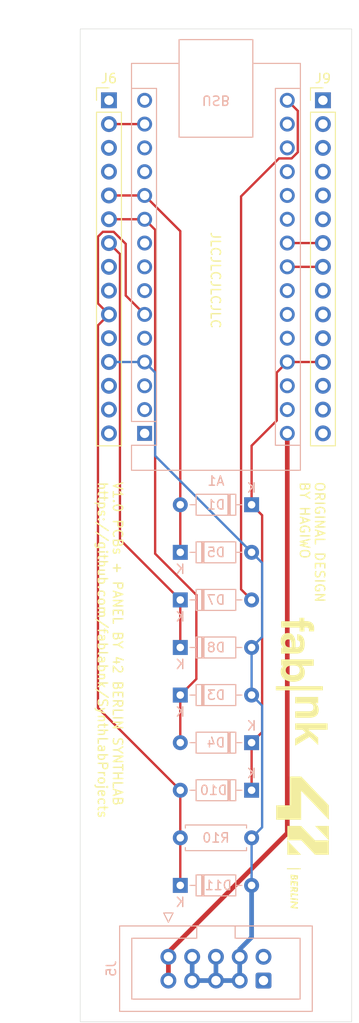
<source format=kicad_pcb>
(kicad_pcb (version 20240108) (generator "pcbnew") (generator_version "8.0")
  (layers (0 "F.Cu" signal) (31 "B.Cu" signal) (34 "B.Paste" user) (35 "F.Paste" user) (36 "B.SilkS" user "B.Silkscreen") (37 "F.SilkS" user "F.Silkscreen") (38 "B.Mask" user) (39 "F.Mask" user) (44 "Edge.Cuts" user))
  (net 0 "")
  (net 1 "GND")
  (net 6 "P5V")
  (net 10 "Net-(A1-VIN)")
  (net 14 "P6")
  (net 17 "P2")
  (net 18 "P5")
  (net 19 "P1")
  (net 22 "P3")
  (net 28 "Net-(A1-D13)")
  (net 31 "P7")
  (net 52 "P4")
  (footprint "Connector_PinHeader_2.54mm:PinHeader_1x15_P2.54mm_Vertical" (layer "F.Cu") (at 191.77 45.72)
    (property "Reference" "J9" (at 0 -2.33 0) (layer "F.SilkS"))
    (property "Value" "Conn_01x15_Pin_Right" (hide yes))
    (pad "1" thru_hole rect (at 0 0) (size 1.7 1.7) (drill 1) (layers "*.Cu" "*.Mask"))
    (pad "2" thru_hole oval (at 0 2.54) (size 1.7 1.7) (drill 1) (layers "*.Cu" "*.Mask"))
    (pad "3" thru_hole oval (at 0 5.08) (size 1.7 1.7) (drill 1) (layers "*.Cu" "*.Mask"))
    (pad "4" thru_hole oval (at 0 7.62) (size 1.7 1.7) (drill 1) (layers "*.Cu" "*.Mask"))
    (pad "5" thru_hole oval (at 0 10.16) (size 1.7 1.7) (drill 1) (layers "*.Cu" "*.Mask"))
    (pad "6" thru_hole oval (at 0 12.7) (size 1.7 1.7) (drill 1) (layers "*.Cu" "*.Mask"))
    (pad "7" thru_hole oval (at 0 15.24) (size 1.7 1.7) (drill 1) (layers "*.Cu" "*.Mask") (net 19 "P1"))
    (pad "8" thru_hole oval (at 0 17.78) (size 1.7 1.7) (drill 1) (layers "*.Cu" "*.Mask") (net 17 "P2"))
    (pad "9" thru_hole oval (at 0 20.32) (size 1.7 1.7) (drill 1) (layers "*.Cu" "*.Mask"))
    (pad "10" thru_hole oval (at 0 22.86) (size 1.7 1.7) (drill 1) (layers "*.Cu" "*.Mask"))
    (pad "11" thru_hole oval (at 0 25.4) (size 1.7 1.7) (drill 1) (layers "*.Cu" "*.Mask"))
    (pad "12" thru_hole oval (at 0 27.94) (size 1.7 1.7) (drill 1) (layers "*.Cu" "*.Mask") (net 6 "P5V"))
    (pad "13" thru_hole oval (at 0 30.48) (size 1.7 1.7) (drill 1) (layers "*.Cu" "*.Mask"))
    (pad "14" thru_hole oval (at 0 33.02) (size 1.7 1.7) (drill 1) (layers "*.Cu" "*.Mask"))
    (pad "15" thru_hole oval (at 0 35.56) (size 1.7 1.7) (drill 1) (layers "*.Cu" "*.Mask"))
  )
  (footprint "Connector_PinHeader_2.54mm:PinHeader_1x15_P2.54mm_Vertical" (layer "F.Cu") (at 168.91 45.72)
    (property "Reference" "J6" (at 0 -2.33 0) (layer "F.SilkS"))
    (property "Value" "Conn_01x15_Pin_Left")
    (pad "1" thru_hole rect (at 0 0) (size 1.7 1.7) (drill 1) (layers "*.Cu" "*.Mask"))
    (pad "2" thru_hole oval (at 0 2.54) (size 1.7 1.7) (drill 1) (layers "*.Cu" "*.Mask") (net 52 "P4"))
    (pad "3" thru_hole oval (at 0 5.08) (size 1.7 1.7) (drill 1) (layers "*.Cu" "*.Mask"))
    (pad "4" thru_hole oval (at 0 7.62) (size 1.7 1.7) (drill 1) (layers "*.Cu" "*.Mask"))
    (pad "5" thru_hole oval (at 0 10.16) (size 1.7 1.7) (drill 1) (layers "*.Cu" "*.Mask") (net 14 "P6"))
    (pad "6" thru_hole oval (at 0 12.7) (size 1.7 1.7) (drill 1) (layers "*.Cu" "*.Mask") (net 18 "P5"))
    (pad "7" thru_hole oval (at 0 15.24) (size 1.7 1.7) (drill 1) (layers "*.Cu" "*.Mask") (net 31 "P7"))
    (pad "8" thru_hole oval (at 0 17.78) (size 1.7 1.7) (drill 1) (layers "*.Cu" "*.Mask"))
    (pad "9" thru_hole oval (at 0 20.32) (size 1.7 1.7) (drill 1) (layers "*.Cu" "*.Mask"))
    (pad "10" thru_hole oval (at 0 22.86) (size 1.7 1.7) (drill 1) (layers "*.Cu" "*.Mask") (net 22 "P3"))
    (pad "11" thru_hole oval (at 0 25.4) (size 1.7 1.7) (drill 1) (layers "*.Cu" "*.Mask"))
    (pad "12" thru_hole oval (at 0 27.94) (size 1.7 1.7) (drill 1) (layers "*.Cu" "*.Mask") (net 1 "GND"))
    (pad "13" thru_hole oval (at 0 30.48) (size 1.7 1.7) (drill 1) (layers "*.Cu" "*.Mask"))
    (pad "14" thru_hole oval (at 0 33.02) (size 1.7 1.7) (drill 1) (layers "*.Cu" "*.Mask"))
    (pad "15" thru_hole oval (at 0 35.56) (size 1.7 1.7) (drill 1) (layers "*.Cu" "*.Mask"))
  )
  (footprint "Diode_THT:D_DO-35_SOD27_P7.62mm_Horizontal" (layer "B.Cu") (at 176.53 104.14)
    (property "Reference" "D8" (at 3.81 0 0) (layer "B.SilkS") (effects (justify mirror)))
    (property "Value" "BAT43")
    (fp_text user "K" (at 0 1.8 0) (layer "B.SilkS") (effects (justify mirror)))
    (pad "1" thru_hole rect (at 0 0) (size 1.6 1.6) (drill 0.8) (layers "*.Cu" "*.Mask") (net 31 "P7"))
    (pad "2" thru_hole oval (at 7.62 0) (size 1.6 1.6) (drill 0.8) (layers "*.Cu" "*.Mask") (net 1 "GND"))
  )
  (footprint "Diode_THT:D_DO-35_SOD27_P7.62mm_Horizontal" (layer "B.Cu") (at 184.15 114.3 180)
    (property "Reference" "D4" (at 3.81 0 180) (layer "B.SilkS") (effects (justify mirror)))
    (property "Value" "BAT43")
    (fp_text user "K" (at 0 1.8 180) (layer "B.SilkS") (effects (justify mirror)))
    (pad "1" thru_hole rect (at 0 0 180) (size 1.6 1.6) (drill 0.8) (layers "*.Cu" "*.Mask") (net 6 "P5V"))
    (pad "2" thru_hole oval (at 7.62 0 180) (size 1.6 1.6) (drill 0.8) (layers "*.Cu" "*.Mask") (net 18 "P5"))
  )
  (footprint "Diode_THT:D_DO-35_SOD27_P7.62mm_Horizontal" (layer "B.Cu") (at 184.15 119.38 180)
    (property "Reference" "D10" (at 4.064 0 180) (layer "B.SilkS") (effects (justify mirror)))
    (property "Value" "BAT43")
    (fp_text user "K" (at 0 1.8 180) (layer "B.SilkS") (effects (justify mirror)))
    (pad "1" thru_hole rect (at 0 0 180) (size 1.6 1.6) (drill 0.8) (layers "*.Cu" "*.Mask") (net 6 "P5V"))
    (pad "2" thru_hole oval (at 7.62 0 180) (size 1.6 1.6) (drill 0.8) (layers "*.Cu" "*.Mask") (net 22 "P3"))
  )
  (footprint "Diode_THT:D_DO-35_SOD27_P7.62mm_Horizontal" (layer "B.Cu") (at 176.53 99.06)
    (property "Reference" "D7" (at 3.81 0 0) (layer "B.SilkS") (effects (justify mirror)))
    (property "Value" "IN4148")
    (fp_text user "K" (at 0 1.8 0) (layer "B.SilkS") (effects (justify mirror)))
    (pad "1" thru_hole rect (at 0 0) (size 1.6 1.6) (drill 0.8) (layers "*.Cu" "*.Mask") (net 31 "P7"))
    (pad "2" thru_hole oval (at 7.62 0) (size 1.6 1.6) (drill 0.8) (layers "*.Cu" "*.Mask") (net 28 "Net-(A1-D13)"))
  )
  (footprint "Diode_THT:D_DO-35_SOD27_P7.62mm_Horizontal" (layer "B.Cu") (at 176.53 93.98)
    (property "Reference" "D5" (at 3.81 0 0) (layer "B.SilkS") (effects (justify mirror)))
    (property "Value" "BAT43")
    (fp_text user "K" (at 0 1.8 0) (layer "B.SilkS") (effects (justify mirror)))
    (pad "1" thru_hole rect (at 0 0) (size 1.6 1.6) (drill 0.8) (layers "*.Cu" "*.Mask") (net 14 "P6"))
    (pad "2" thru_hole oval (at 7.62 0) (size 1.6 1.6) (drill 0.8) (layers "*.Cu" "*.Mask") (net 1 "GND"))
  )
  (footprint "Resistor_THT:R_Axial_DIN0207_L6.3mm_D2.5mm_P7.62mm_Horizontal" (layer "B.Cu") (at 176.53 124.46)
    (property "Reference" "R10" (at 3.81 0 0) (layer "B.SilkS") (effects (justify mirror)))
    (property "Value" "22K")
    (pad "1" thru_hole circle (at 0 0) (size 1.6 1.6) (drill 0.8) (layers "*.Cu" "*.Mask") (net 22 "P3"))
    (pad "2" thru_hole oval (at 7.62 0) (size 1.6 1.6) (drill 0.8) (layers "*.Cu" "*.Mask") (net 1 "GND"))
  )
  (footprint "Connector_IDC:IDC-Header_2x05_P2.54mm_Vertical" (layer "B.Cu") (at 175.26 137.16 -90)
    (property "Reference" "J5" (at 1.27 6.1 90) (layer "B.SilkS") (effects (justify mirror)))
    (property "Value" "EURO_PWR_2x5")
    (pad "1" thru_hole roundrect (at 2.54 -10.16 270) (size 1.7 1.7) (drill 1) (layers "*.Cu" "*.Mask") (roundrect_rratio 0.147059))
    (pad "2" thru_hole circle (at 0 -10.16 270) (size 1.7 1.7) (drill 1) (layers "*.Cu" "*.Mask"))
    (pad "3" thru_hole circle (at 2.54 -7.62 270) (size 1.7 1.7) (drill 1) (layers "*.Cu" "*.Mask") (net 1 "GND"))
    (pad "4" thru_hole circle (at 0 -7.62 270) (size 1.7 1.7) (drill 1) (layers "*.Cu" "*.Mask") (net 1 "GND"))
    (pad "5" thru_hole circle (at 2.54 -5.08 270) (size 1.7 1.7) (drill 1) (layers "*.Cu" "*.Mask") (net 1 "GND"))
    (pad "6" thru_hole circle (at 0 -5.08 270) (size 1.7 1.7) (drill 1) (layers "*.Cu" "*.Mask") (net 1 "GND"))
    (pad "7" thru_hole circle (at 2.54 -2.54 270) (size 1.7 1.7) (drill 1) (layers "*.Cu" "*.Mask") (net 1 "GND"))
    (pad "8" thru_hole circle (at 0 -2.54 270) (size 1.7 1.7) (drill 1) (layers "*.Cu" "*.Mask") (net 1 "GND"))
    (pad "9" thru_hole circle (at 2.54 0 270) (size 1.7 1.7) (drill 1) (layers "*.Cu" "*.Mask") (net 10 "Net-(A1-VIN)"))
    (pad "10" thru_hole circle (at 0 0 270) (size 1.7 1.7) (drill 1) (layers "*.Cu" "*.Mask") (net 10 "Net-(A1-VIN)"))
  )
  (footprint "Module:Arduino_Nano" (layer "B.Cu") (at 172.72 81.28)
    (property "Reference" "A1" (at 7.62 5.08 0) (layer "B.SilkS") (effects (justify mirror)))
    (property "Value" "Arduino_Nano_v3.x")
    (fp_text user "USB" (at 7.62 -35.56 180) (layer "B.SilkS") (effects (justify mirror)))
    (pad "1" thru_hole rect (at 0 0) (size 1.6 1.6) (drill 1) (layers "*.Cu" "*.Mask"))
    (pad "2" thru_hole oval (at 0 -2.54) (size 1.6 1.6) (drill 1) (layers "*.Cu" "*.Mask"))
    (pad "3" thru_hole oval (at 0 -5.08) (size 1.6 1.6) (drill 1) (layers "*.Cu" "*.Mask"))
    (pad "4" thru_hole oval (at 0 -7.62) (size 1.6 1.6) (drill 1) (layers "*.Cu" "*.Mask") (net 1 "GND"))
    (pad "5" thru_hole oval (at 0 -10.16) (size 1.6 1.6) (drill 1) (layers "*.Cu" "*.Mask"))
    (pad "6" thru_hole oval (at 0 -12.7) (size 1.6 1.6) (drill 1) (layers "*.Cu" "*.Mask") (net 22 "P3"))
    (pad "7" thru_hole oval (at 0 -15.24) (size 1.6 1.6) (drill 1) (layers "*.Cu" "*.Mask"))
    (pad "8" thru_hole oval (at 0 -17.78) (size 1.6 1.6) (drill 1) (layers "*.Cu" "*.Mask"))
    (pad "9" thru_hole oval (at 0 -20.32) (size 1.6 1.6) (drill 1) (layers "*.Cu" "*.Mask"))
    (pad "10" thru_hole oval (at 0 -22.86) (size 1.6 1.6) (drill 1) (layers "*.Cu" "*.Mask") (net 18 "P5"))
    (pad "11" thru_hole oval (at 0 -25.4) (size 1.6 1.6) (drill 1) (layers "*.Cu" "*.Mask") (net 14 "P6"))
    (pad "12" thru_hole oval (at 0 -27.94) (size 1.6 1.6) (drill 1) (layers "*.Cu" "*.Mask"))
    (pad "13" thru_hole oval (at 0 -30.48) (size 1.6 1.6) (drill 1) (layers "*.Cu" "*.Mask"))
    (pad "14" thru_hole oval (at 0 -33.02) (size 1.6 1.6) (drill 1) (layers "*.Cu" "*.Mask") (net 52 "P4"))
    (pad "15" thru_hole oval (at 0 -35.56) (size 1.6 1.6) (drill 1) (layers "*.Cu" "*.Mask"))
    (pad "16" thru_hole oval (at 15.24 -35.56) (size 1.6 1.6) (drill 1) (layers "*.Cu" "*.Mask") (net 28 "Net-(A1-D13)"))
    (pad "17" thru_hole oval (at 15.24 -33.02) (size 1.6 1.6) (drill 1) (layers "*.Cu" "*.Mask"))
    (pad "18" thru_hole oval (at 15.24 -30.48) (size 1.6 1.6) (drill 1) (layers "*.Cu" "*.Mask"))
    (pad "19" thru_hole oval (at 15.24 -27.94) (size 1.6 1.6) (drill 1) (layers "*.Cu" "*.Mask"))
    (pad "20" thru_hole oval (at 15.24 -25.4) (size 1.6 1.6) (drill 1) (layers "*.Cu" "*.Mask"))
    (pad "21" thru_hole oval (at 15.24 -22.86) (size 1.6 1.6) (drill 1) (layers "*.Cu" "*.Mask"))
    (pad "22" thru_hole oval (at 15.24 -20.32) (size 1.6 1.6) (drill 1) (layers "*.Cu" "*.Mask") (net 19 "P1"))
    (pad "23" thru_hole oval (at 15.24 -17.78) (size 1.6 1.6) (drill 1) (layers "*.Cu" "*.Mask") (net 17 "P2"))
    (pad "24" thru_hole oval (at 15.24 -15.24) (size 1.6 1.6) (drill 1) (layers "*.Cu" "*.Mask"))
    (pad "25" thru_hole oval (at 15.24 -12.7) (size 1.6 1.6) (drill 1) (layers "*.Cu" "*.Mask"))
    (pad "26" thru_hole oval (at 15.24 -10.16) (size 1.6 1.6) (drill 1) (layers "*.Cu" "*.Mask"))
    (pad "27" thru_hole oval (at 15.24 -7.62) (size 1.6 1.6) (drill 1) (layers "*.Cu" "*.Mask") (net 6 "P5V"))
    (pad "28" thru_hole oval (at 15.24 -5.08) (size 1.6 1.6) (drill 1) (layers "*.Cu" "*.Mask"))
    (pad "29" thru_hole oval (at 15.24 -2.54) (size 1.6 1.6) (drill 1) (layers "*.Cu" "*.Mask"))
    (pad "30" thru_hole oval (at 15.24 0) (size 1.6 1.6) (drill 1) (layers "*.Cu" "*.Mask") (net 10 "Net-(A1-VIN)"))
  )
  (footprint "Diode_THT:D_DO-35_SOD27_P7.62mm_Horizontal" (layer "B.Cu") (at 176.53 109.22)
    (property "Reference" "D3" (at 3.81 0 0) (layer "B.SilkS") (effects (justify mirror)))
    (property "Value" "BAT43")
    (fp_text user "K" (at 0 1.8 0) (layer "B.SilkS") (effects (justify mirror)))
    (pad "1" thru_hole rect (at 0 0) (size 1.6 1.6) (drill 0.8) (layers "*.Cu" "*.Mask") (net 18 "P5"))
    (pad "2" thru_hole oval (at 7.62 0) (size 1.6 1.6) (drill 0.8) (layers "*.Cu" "*.Mask") (net 1 "GND"))
  )
  (footprint "Diode_THT:D_DO-35_SOD27_P7.62mm_Horizontal" (layer "B.Cu") (at 184.15 88.9 180)
    (property "Reference" "D1" (at 3.81 0 180) (layer "B.SilkS") (effects (justify mirror)))
    (property "Value" "BAT43")
    (fp_text user "K" (at 0 1.8 180) (layer "B.SilkS") (effects (justify mirror)))
    (pad "1" thru_hole rect (at 0 0 180) (size 1.6 1.6) (drill 0.8) (layers "*.Cu" "*.Mask") (net 6 "P5V"))
    (pad "2" thru_hole oval (at 7.62 0 180) (size 1.6 1.6) (drill 0.8) (layers "*.Cu" "*.Mask") (net 14 "P6"))
  )
  (footprint "Diode_THT:D_DO-35_SOD27_P7.62mm_Horizontal" (layer "B.Cu") (at 176.53 129.54)
    (property "Reference" "D11" (at 4.064 0 0) (layer "B.SilkS") (effects (justify mirror)))
    (property "Value" "BAT43")
    (fp_text user "K" (at 0 1.8 0) (layer "B.SilkS") (effects (justify mirror)))
    (pad "1" thru_hole rect (at 0 0) (size 1.6 1.6) (drill 0.8) (layers "*.Cu" "*.Mask") (net 22 "P3"))
    (pad "2" thru_hole oval (at 7.62 0) (size 1.6 1.6) (drill 0.8) (layers "*.Cu" "*.Mask") (net 1 "GND"))
  )
  (gr_poly (pts (xy 189.516152 106.097917) (xy 189.545879 106.118872) (xy 189.575373 106.142152) (xy 189.604402 106.167913) (xy 189.632734 106.196309) (xy 189.646566 106.211544) (xy 189.660136 106.227496) (xy 189.673415 106.244184) (xy 189.686374 106.261628) (xy 189.698985 106.279847) (xy 189.711218 106.298861) (xy 189.723044 106.318689) (xy 189.734433 106.33935) (xy 189.745358 106.360863) (xy 189.755789 106.383249) (xy 189.765696 106.406526) (xy 189.775051 106.430713) (xy 189.783825 106.455831) (xy 189.791988 106.481899) (xy 189.799512 106.508935) (xy 189.806367 106.53696) (xy 189.812525 106.565993) (xy 189.817956 106.596052) (xy 189.822631 106.627158) (xy 189.826521 106.65933) (xy 189.829597 106.692587) (xy 189.831831 106.726949) (xy 189.833192 106.762434) (xy 189.833652 106.799063) (xy 189.832037 106.861308) (xy 189.827244 106.921539) (xy 189.819351 106.979761) (xy 189.808434 107.035974) (xy 189.794572 107.090181) (xy 189.777842 107.142385) (xy 189.758321 107.192588) (xy 189.736087 107.240793) (xy 189.711218 107.287002) (xy 189.683791 107.331217) (xy 189.653883 107.373441) (xy 189.621572 107.413677) (xy 189.586936 107.451926) (xy 189.550052 107.488191) (xy 189.510997 107.522474) (xy 189.46985 107.554779) (xy 189.426687 107.585107) (xy 189.381587 107.613461) (xy 189.334626 107.639843) (xy 189.285882 107.664256) (xy 189.235433 107.686701) (xy 189.183356 107.707182) (xy 189.129728 107.725702) (xy 189.074628 107.742261) (xy 189.018133 107.756863) (xy 188.96032 107.769511) (xy 188.901267 107.780206) (xy 188.841051 107.788951) (xy 188.77975 107.795748) (xy 188.717441 107.800601) (xy 188.59011 107.804479) (xy 188.461739 107.800148) (xy 188.33519 107.787194) (xy 188.211354 107.765674) (xy 188.091123 107.735646) (xy 187.975387 107.69717) (xy 187.865038 107.650303) (xy 187.760968 107.595103) (xy 187.711567 107.564396) (xy 187.664069 107.531628) (xy 187.618586 107.496806) (xy 187.57523 107.459937) (xy 187.534113 107.421028) (xy 187.495345 107.380087) (xy 187.459038 107.337121) (xy 187.425304 107.292137) (xy 187.394254 107.245142) (xy 187.365999 107.196145) (xy 187.340651 107.145151) (xy 187.318321 107.092168) (xy 187.299121 107.037204) (xy 187.283162 106.980266) (xy 187.270555 106.921361) (xy 187.261413 106.860497) (xy 187.255845 106.797679) (xy 187.253965 106.732917) (xy 187.255198 106.665903) (xy 187.258874 106.603597) (xy 187.264952 106.545748) (xy 187.273395 106.492105) (xy 187.284163 106.442415) (xy 187.297218 106.396426) (xy 187.312521 106.353887) (xy 187.330033 106.314545) (xy 187.349715 106.278148) (xy 187.371529 106.244446) (xy 187.395436 106.213185) (xy 187.421397 106.184113) (xy 187.449373 106.15698) (xy 187.479326 106.131533) (xy 187.511216 106.107519) (xy 187.545006 106.084688) (xy 187.514698 106.084094) (xy 187.483614 106.082414) (xy 187.452221 106.079805) (xy 187.420982 106.07642) (xy 187.390364 106.072415) (xy 187.360831 106.067945) (xy 187.332848 106.063165) (xy 187.30688 106.058229) (xy 187.30688 105.41) (xy 188.113859 105.41) (xy 188.537194 105.41) (xy 188.537194 106.058229) (xy 188.461291 106.059663) (xy 188.387616 106.06412) (xy 188.316539 106.071833) (xy 188.248426 106.083034) (xy 188.183646 106.097956) (xy 188.122568 106.116831) (xy 188.065559 106.139891) (xy 188.038696 106.153064) (xy 188.012988 106.16737) (xy 187.988482 106.182839) (xy 187.965223 106.1995) (xy 187.943258 106.217382) (xy 187.922632 106.236513) (xy 187.903392 106.256924) (xy 187.885583 106.278642) (xy 187.869252 106.301698) (xy 187.854445 106.32612) (xy 187.841207 106.351937) (xy 187.829585 106.379179) (xy 187.819625 106.407874) (xy 187.811372 106.438051) (xy 187.804874 106.46974) (xy 187.800175 106.50297) (xy 187.797322 106.537769) (xy 187.79636 106.574167) (xy 187.797248 106.607111) (xy 187.799894 106.638973) (xy 187.804274 106.669754) (xy 187.810365 106.699457) (xy 187.818141 106.728084) (xy 187.827579 106.755639) (xy 187.838655 106.782122) (xy 187.851344 106.807538) (xy 187.865622 106.831888) (xy 187.881465 106.855174) (xy 187.898848 106.877399) (xy 187.917748 106.898566) (xy 187.93814 106.918677) (xy 187.96 106.937734) (xy 187.983304 106.955739) (xy 188.008027 106.972696) (xy 188.034145 106.988606) (xy 188.061635 107.003472) (xy 188.090471 107.017297) (xy 188.12063 107.030083) (xy 188.152087 107.041831) (xy 188.184818 107.052546) (xy 188.2188 107.062228) (xy 188.254007 107.070881) (xy 188.290415 107.078507) (xy 188.328001 107.085108) (xy 188.366739 107.090687) (xy 188.406607 107.095246) (xy 188.447579 107.098788) (xy 188.489632 107.101315) (xy 188.576881 107.103334) (xy 188.652487 107.101464) (xy 188.725321 107.095815) (xy 188.795094 107.086329) (xy 188.861515 107.072948) (xy 188.924292 107.055614) (xy 188.983135 107.034268) (xy 189.037754 107.008853) (xy 189.063388 106.994601) (xy 189.087858 106.97931) (xy 189.111125 106.962973) (xy 189.133155 106.945582) (xy 189.153911 106.92713) (xy 189.173356 106.907609) (xy 189.191455 106.887013) (xy 189.20817 106.865335) (xy 189.223466 106.842566) (xy 189.237306 106.8187) (xy 189.249654 106.793729) (xy 189.260473 106.767647) (xy 189.269728 106.740445) (xy 189.277381 106.712117) (xy 189.283397 106.682656) (xy 189.287739 106.652053) (xy 189.290371 106.620302) (xy 189.291256 106.587396) (xy 189.29052 106.55096) (xy 189.288311 106.51605) (xy 189.284629 106.482642) (xy 189.279474 106.450712) (xy 189.272846 106.420235) (xy 189.264746 106.391187) (xy 189.255173 106.363544) (xy 189.244127 106.337282) (xy 189.231609 106.312376) (xy 189.217617 106.288803) (xy 189.202153 106.266538) (xy 189.185216 106.245556) (xy 189.166806 106.225835) (xy 189.146924 106.207348) (xy 189.125568 106.190073) (xy 189.10274 106.173985) (xy 189.07844 106.159059) (xy 189.052666 106.145272) (xy 189.025419 106.132599) (xy 188.9967 106.121016) (xy 188.966508 106.110499) (xy 188.934844 106.101024) (xy 188.901706 106.092566) (xy 188.867096 106.085101) (xy 188.831013 106.078605) (xy 188.793457 106.073054) (xy 188.713927 106.064689) (xy 188.628506 106.059812) (xy 188.537194 106.058229) (xy 188.537194 105.41) (xy 190.786152 105.410001) (xy 190.786152 106.097917)) (fill solid) (layer "F.SilkS"))
  (gr_poly (pts (xy 191.314351 110.866147) (xy 191.311452 110.910604) (xy 191.306631 110.954068) (xy 191.299893 110.996506) (xy 191.291246 111.037889) (xy 191.280698 111.078184) (xy 191.268256 111.11736) (xy 191.253927 111.155386) (xy 191.237718 111.192229) (xy 191.219636 111.227858) (xy 191.19969 111.262243) (xy 191.177885 111.295351) (xy 191.15423 111.327151) (xy 191.128731 111.357611) (xy 191.101396 111.386701) (xy 191.072232 111.414388) (xy 191.041247 111.44064) (xy 191.008448 111.465428) (xy 190.973841 111.488718) (xy 190.937434 111.51048) (xy 190.899235 111.530682) (xy 190.859251 111.549292) (xy 190.817489 111.566279) (xy 190.773956 111.581612) (xy 190.72866 111.595259) (xy 190.681607 111.607189) (xy 190.632805 111.617369) (xy 190.582262 111.62577) (xy 190.529985 111.632358) (xy 190.47598 111.637103) (xy 190.420255 111.639973) (xy 190.362818 111.640937) (xy 188.801777 111.640937) (xy 188.801777 110.953021) (xy 190.283443 110.953021) (xy 190.334574 110.951907) (xy 190.38367 110.948448) (xy 190.430556 110.942469) (xy 190.475059 110.933797) (xy 190.517005 110.922257) (xy 190.536963 110.915357) (xy 190.556217 110.907675) (xy 190.574745 110.899188) (xy 190.592523 110.889876) (xy 190.609532 110.879715) (xy 190.625748 110.868685) (xy 190.64115 110.856764) (xy 190.655717 110.843929) (xy 190.669426 110.830159) (xy 190.682256 110.815433) (xy 190.694185 110.799727) (xy 190.705191 110.783022) (xy 190.715252 110.765294) (xy 190.724347 110.746522) (xy 190.732453 110.726684) (xy 190.739549 110.705759) (xy 190.745614 110.683724) (xy 190.750624 110.660558) (xy 190.754559 110.636239) (xy 190.757397 110.610745) (xy 190.759116 110.584055) (xy 190.759693 110.556146) (xy 190.759225 110.528085) (xy 190.757804 110.500952) (xy 190.75541 110.474744) (xy 190.752019 110.44946) (xy 190.747612 110.425095) (xy 190.742165 110.401649) (xy 190.735658 110.379119) (xy 190.728067 110.357501) (xy 190.719372 110.336795) (xy 190.709551 110.316997) (xy 190.698582 110.298104) (xy 190.686442 110.280116) (xy 190.673111 110.263028) (xy 190.658566 110.246839) (xy 190.642786 110.231547) (xy 190.625748 110.217148) (xy 190.607432 110.203641) (xy 190.587814 110.191022) (xy 190.566874 110.179291) (xy 190.54459 110.168443) (xy 190.52094 110.158477) (xy 190.495901 110.14939) (xy 190.469453 110.141181) (xy 190.441573 110.133846) (xy 190.41224 110.127382) (xy 190.381432 110.121789) (xy 190.349126 110.117062) (xy 190.315302 110.113201) (xy 190.279937 110.110202) (xy 190.24301 110.108062) (xy 190.164381 110.106354) (xy 188.801777 110.106354) (xy 188.801777 109.418438) (xy 191.262402 109.418438) (xy 191.262402 110.079896) (xy 191.233024 110.084831) (xy 191.196049 110.089611) (xy 191.153804 110.094081) (xy 191.108613 110.098086) (xy 191.062802 110.10147) (xy 191.018696 110.10408) (xy 190.978621 110.105759) (xy 190.944902 110.106354) (xy 190.975223 110.122661) (xy 191.006397 110.141933) (xy 191.038036 110.164344) (xy 191.069752 110.19007) (xy 191.101158 110.219283) (xy 191.116624 110.235252) (xy 191.131867 110.252159) (xy 191.146839 110.270025) (xy 191.161491 110.288872) (xy 191.175774 110.308722) (xy 191.189641 110.329596) (xy 191.203043 110.351517) (xy 191.215932 110.374506) (xy 191.228258 110.398585) (xy 191.239974 110.423777) (xy 191.251031 110.450101) (xy 191.261381 110.477581) (xy 191.270975 110.506239) (xy 191.279765 110.536095) (xy 191.287702 110.567173) (xy 191.294738 110.599493) (xy 191.300825 110.633077) (xy 191.305913 110.667948) (xy 191.309955 110.704126) (xy 191.312903 110.741635) (xy 191.314706 110.780495) (xy 191.315318 110.820729)) (fill solid) (layer "F.SilkS"))
  (gr_poly (pts (xy 188.468762 130.554452) (xy 188.468762 130.789243) (xy 188.315528 130.771067) (xy 188.315528 130.362603) (xy 189.103492 130.455629) (xy 189.103492 130.629383)) (fill solid) (layer "F.SilkS"))
  (gr_poly (pts (xy 187.966913 126.269631) (xy 187.966913 124.729446) (xy 189.446265 126.269631)) (fill solid) (layer "F.SilkS"))
  (gr_poly (pts (xy 190.925648 126.26971) (xy 189.446296 124.729494) (xy 187.966945 124.729494) (xy 187.966945 123.19) (xy 189.446296 123.19) (xy 190.925648 124.729494) (xy 192.405 124.729494) (xy 192.405 126.26971)) (fill solid) (layer "F.SilkS"))
  (gr_poly (pts (xy 189.103147 128.730284) (xy 189.102635 128.740633) (xy 189.101825 128.751211) (xy 189.100661 128.761964) (xy 189.09909 128.772838) (xy 189.097057 128.783777) (xy 189.094508 128.794728) (xy 189.091388 128.805636) (xy 189.087644 128.816448) (xy 189.083222 128.827107) (xy 189.078066 128.837561) (xy 189.072122 128.847753) (xy 189.065337 128.857632) (xy 189.061612 128.862436) (xy 189.057656 128.86714) (xy 189.053463 128.871739) (xy 189.049025 128.876226) (xy 189.043639 128.881206) (xy 189.037831 128.886042) (xy 189.031603 128.890708) (xy 189.024959 128.89518) (xy 189.017902 128.899435) (xy 189.010436 128.903446) (xy 189.002563 128.907191) (xy 188.994287 128.910645) (xy 188.98561 128.913784) (xy 188.976537 128.916583) (xy 188.96707 128.919018) (xy 188.957213 128.921065) (xy 188.946968 128.922699) (xy 188.93634 128.923896) (xy 188.925331 128.924633) (xy 188.913944 128.924884) (xy 188.90454 128.92474) (xy 188.895387 128.924311) (xy 188.88648 128.9236) (xy 188.877816 128.922609) (xy 188.86939 128.921342) (xy 188.861198 128.919802) (xy 188.853235 128.917992) (xy 188.845498 128.915914) (xy 188.837983 128.913572) (xy 188.830684 128.910969) (xy 188.823598 128.908108) (xy 188.816721 128.904992) (xy 188.810049 128.901624) (xy 188.803576 128.898007) (xy 188.7973 128.894144) (xy 188.791215 128.890037) (xy 188.78476 128.885359) (xy 188.778734 128.880588) (xy 188.77312 128.875737) (xy 188.767904 128.870818) (xy 188.763072 128.865842) (xy 188.758607 128.860822) (xy 188.754496 128.85577) (xy 188.750724 128.850698) (xy 188.747275 128.845616) (xy 188.744134 128.840539) (xy 188.741287 128.835477) (xy 188.738719 128.830443) (xy 188.736415 128.825448) (xy 188.73436 128.820505) (xy 188.732539 128.815625) (xy 188.730937 128.81082) (xy 188.729058 128.81792) (xy 188.726971 128.824782) (xy 188.724691 128.831408) (xy 188.722231 128.837799) (xy 188.719605 128.843956) (xy 188.716827 128.849881) (xy 188.713911 128.855573) (xy 188.710871 128.861035) (xy 188.707719 128.866267) (xy 188.704471 128.871271) (xy 188.70114 128.876046) (xy 188.69774 128.880595) (xy 188.694285 128.884919) (xy 188.690788 128.889017) (xy 188.687264 128.892893) (xy 188.683725 128.896546) (xy 188.677017 128.902848) (xy 188.670225 128.908667) (xy 188.663336 128.914012) (xy 188.656334 128.918895) (xy 188.649204 128.923325) (xy 188.641931 128.927314) (xy 188.634502 128.930872) (xy 188.6269 128.93401) (xy 188.61911 128.93674) (xy 188.611119 128.93907) (xy 188.60291 128.941012) (xy 188.59447 128.942578) (xy 188.585782 128.943777) (xy 188.576833 128.94462) (xy 188.567608 128.945118) (xy 188.55809 128.945281) (xy 188.54277 128.944923) (xy 188.528121 128.94388) (xy 188.514137 128.942199) (xy 188.500808 128.93993) (xy 188.488126 128.93712) (xy 188.476082 128.933817) (xy 188.464668 128.930069) (xy 188.453875 128.925924) (xy 188.443695 128.921431) (xy 188.434119 128.916636) (xy 188.425139 128.911589) (xy 188.416747 128.906338) (xy 188.408933 128.900929) (xy 188.401689 128.895412) (xy 188.395007 128.889834) (xy 188.388879 128.884243) (xy 188.383171 128.878573) (xy 188.377753 128.872743) (xy 188.37262 128.866761) (xy 188.367763 128.860634) (xy 188.358848 128.847968) (xy 188.350953 128.834802) (xy 188.34402 128.821188) (xy 188.337991 128.807182) (xy 188.332808 128.792837) (xy 188.328416 128.778209) (xy 188.324755 128.76335) (xy 188.321768 128.748316) (xy 188.319399 128.733161) (xy 188.317589 128.717939) (xy 188.316282 128.702705) (xy 188.315419 128.687512) (xy 188.314944 128.672416) (xy 188.314798 128.657469) (xy 188.314798 128.377593) (xy 188.457141 128.394253) (xy 188.457141 128.568013) (xy 188.457141 128.631275) (xy 188.457348 128.6444) (xy 188.458118 128.658887) (xy 188.458782 128.66647) (xy 188.45967 128.674189) (xy 188.460809 128.681977) (xy 188.462226 128.689765) (xy 188.46395 128.697485) (xy 188.466008 128.705069) (xy 188.468427 128.712449) (xy 188.471236 128.719557) (xy 188.474461 128.726325) (xy 188.478131 128.732685) (xy 188.480141 128.735691) (xy 188.482273 128.738569) (xy 188.48453 128.741311) (xy 188.486915 128.743909) (xy 188.488841 128.745885) (xy 188.491085 128.747982) (xy 188.493659 128.750165) (xy 188.496574 128.752399) (xy 188.499842 128.754651) (xy 188.503475 128.756887) (xy 188.507485 128.759072) (xy 188.509634 128.760135) (xy 188.511882 128.761172) (xy 188.51423 128.76218) (xy 188.51668 128.763153) (xy 188.519233 128.764089) (xy 188.521889 128.764981) (xy 188.524652 128.765827) (xy 188.527522 128.766622) (xy 188.530501 128.767361) (xy 188.53359 128.768041) (xy 188.536791 128.768656) (xy 188.540105 128.769204) (xy 188.543534 128.769679) (xy 188.547079 128.770077) (xy 188.550741 128.770394) (xy 188.554522 128.770626) (xy 188.558424 128.770768) (xy 188.562448 128.770816) (xy 188.565669 128.770771) (xy 188.569056 128.770627) (xy 188.572585 128.77037) (xy 188.576234 128.769985) (xy 188.579981 128.769461) (xy 188.583804 128.768782) (xy 188.58768 128.767936) (xy 188.591587 128.766907) (xy 188.595502 128.765684) (xy 188.599404 128.764251) (xy 188.603269 128.762596) (xy 188.607076 128.760704) (xy 188.610803 128.758561) (xy 188.614426 128.756155) (xy 188.617923 128.753471) (xy 188.621273 128.750496) (xy 188.623652 128.748096) (xy 188.625892 128.745546) (xy 188.627994 128.742858) (xy 188.629966 128.740044) (xy 188.631809 128.737117) (xy 188.633529 128.734087) (xy 188.636615 128.727768) (xy 188.63926 128.721182) (xy 188.641495 128.714423) (xy 188.643356 128.707587) (xy 188.644877 128.700768) (xy 188.646091 128.694061) (xy 188.647033 128.687559) (xy 188.647737 128.681359) (xy 188.648236 128.675554) (xy 188.648758 128.66551) (xy 188.648871 128.658184) (xy 188.648871 128.590556) (xy 188.457141 128.568013) (xy 188.457141 128.394253) (xy 188.783222 128.432419) (xy 188.783222 128.605796) (xy 188.783222 128.641435) (xy 188.783429 128.652825) (xy 188.783729 128.658834) (xy 188.784198 128.665002) (xy 188.784863 128.67129) (xy 188.785751 128.677659) (xy 188.78689 128.684071) (xy 188.788308 128.690489) (xy 188.790032 128.696873) (xy 188.79209 128.703185) (xy 188.79451 128.709387) (xy 188.797319 128.71544) (xy 188.800546 128.721306) (xy 188.804216 128.726947) (xy 188.80836 128.732324) (xy 188.810617 128.734902) (xy 188.813003 128.7374) (xy 188.816267 128.740454) (xy 188.819783 128.743334) (xy 188.823532 128.746036) (xy 188.827492 128.748558) (xy 188.831643 128.750896) (xy 188.835966 128.753048) (xy 188.84044 128.755009) (xy 188.845045 128.756777) (xy 188.84976 128.758349) (xy 188.854566 128.759722) (xy 188.859443 128.760892) (xy 188.864369 128.761856) (xy 188.869325 128.762612) (xy 188.874291 128.763155) (xy 188.879246 128.763484) (xy 188.884171 128.763594) (xy 188.889994 128.763436) (xy 188.895486 128.76298) (xy 188.900657 128.762252) (xy 188.905517 128.761276) (xy 188.910074 128.760078) (xy 188.914338 128.758684) (xy 188.91832 128.757119) (xy 188.922028 128.755408) (xy 188.925472 128.753577) (xy 188.928662 128.751652) (xy 188.931607 128.749658) (xy 188.934317 128.74762) (xy 188.936801 128.745564) (xy 188.939069 128.743515) (xy 188.941131 128.7415) (xy 188.942996 128.739542) (xy 188.944648 128.737542) (xy 188.946201 128.73549) (xy 188.947657 128.733387) (xy 188.949021 128.731236) (xy 188.951482 128.726802) (xy 188.953608 128.72221) (xy 188.955423 128.71748) (xy 188.956951 128.712635) (xy 188.958218 128.707695) (xy 188.959248 128.702683) (xy 188.960064 128.697619) (xy 188.960693 128.692526) (xy 188.961157 128.687425) (xy 188.961482 128.682337) (xy 188.961813 128.672287) (xy 188.961879 128.662548) (xy 188.961879 128.626195) (xy 188.783222 128.605796) (xy 188.783222 128.432419) (xy 189.103492 128.469905) (xy 189.103492 128.710491)) (fill solid) (layer "F.SilkS"))
  (gr_poly (pts (xy 188.950258 129.617589) (xy 188.950258 129.324615) (xy 188.797747 129.302788) (xy 188.797747 129.5856) (xy 188.643784 129.563773) (xy 188.643784 129.281754) (xy 188.468762 129.257782) (xy 188.468762 129.555756) (xy 188.314798 129.534722) (xy 188.314798 129.034579) (xy 189.103492 129.144355) (xy 189.103492 129.639337)) (fill solid) (layer "F.SilkS"))
  (gr_poly (pts (xy 190.217298 112.924167) (xy 190.31755 112.999614) (xy 190.428964 113.086224) (xy 190.550301 113.182756) (xy 190.680319 113.287969) (xy 190.961438 113.51948) (xy 191.262402 113.770834) (xy 191.262402 114.551354) (xy 190.33636 113.691459) (xy 188.801777 114.63073) (xy 188.801777 113.863438) (xy 189.899797 113.241667) (xy 189.595526 112.924167) (xy 188.801777 112.924167) (xy 188.801777 112.236251) (xy 192.267818 112.236251) (xy 192.267818 112.924167)) (fill solid) (layer "F.SilkS"))
  (gr_poly (pts (xy 186.738027 108.717292) (xy 186.738027 108.267501) (xy 191.76511 108.267501) (xy 191.76511 108.717292)) (fill solid) (layer "F.SilkS"))
  (gr_poly (pts (xy 189.446296 119.449509) (xy 189.446296 122.529949) (xy 186.769375 122.529949) (xy 186.769375 120.989733) (xy 188.248726 120.989733) (xy 188.248726 117.910015) (xy 189.446296 117.910015) (xy 192.405 120.989733) (xy 192.405 122.529949)) (fill solid) (layer "F.SilkS"))
  (gr_poly (pts (xy 189.817309 103.890029) (xy 189.807917 104.003265) (xy 189.792169 104.109215) (xy 189.769987 104.2078) (xy 189.756459 104.254307) (xy 189.741293 104.298945) (xy 189.724481 104.341702) (xy 189.706011 104.38257) (xy 189.685875 104.421539) (xy 189.664063 104.458599) (xy 189.640565 104.49374) (xy 189.615371 104.526954) (xy 189.588472 104.558229) (xy 189.559857 104.587557) (xy 189.529519 104.614928) (xy 189.497445 104.640332) (xy 189.463628 104.663759) (xy 189.428057 104.6852) (xy 189.390722 104.704645) (xy 189.351614 104.722084) (xy 189.310724 104.737508) (xy 189.268041 104.750907) (xy 189.223555 104.76227) (xy 189.177258 104.77159) (xy 189.129139 104.778855) (xy 189.079189 104.784057) (xy 189.027398 104.787185) (xy 188.973756 104.78823) (xy 187.94188 104.78823) (xy 187.749644 104.790504) (xy 187.554928 104.796498) (xy 187.468266 104.800503) (xy 187.394937 104.804973) (xy 187.339592 104.809753) (xy 187.30688 104.814688) (xy 187.30688 104.166459) (xy 187.329592 104.161498) (xy 187.35711 104.156537) (xy 187.420983 104.146615) (xy 187.487335 104.136694) (xy 187.517953 104.131733) (xy 187.545006 104.126772) (xy 187.517756 104.108582) (xy 187.49072 104.088531) (xy 187.46411 104.06631) (xy 187.451031 104.054289) (xy 187.438139 104.041609) (xy 187.42546 104.028231) (xy 187.413021 104.014117) (xy 187.400849 103.999228) (xy 187.388969 103.983525) (xy 187.377409 103.966969) (xy 187.366196 103.949522) (xy 187.355356 103.931144) (xy 187.344915 103.911798) (xy 187.334901 103.891444) (xy 187.325339 103.870043) (xy 187.316258 103.847558) (xy 187.307682 103.823948) (xy 187.29964 103.799176) (xy 187.292157 103.773202) (xy 187.28526 103.745988) (xy 187.278976 103.717494) (xy 187.273332 103.687684) (xy 187.268353 103.656516) (xy 187.264068 103.623954) (xy 187.260502 103.589957) (xy 187.257682 103.554488) (xy 187.255634 103.517507) (xy 187.254387 103.478976) (xy 187.253965 103.438855) (xy 187.255077 103.38405) (xy 187.258367 103.331242) (xy 187.263764 103.280417) (xy 187.271199 103.231555) (xy 187.2806 103.184642) (xy 187.291898 103.139658) (xy 187.305023 103.096589) (xy 187.319904 103.055416) (xy 187.336471 103.016123) (xy 187.354653 102.978693) (xy 187.374381 102.943108) (xy 187.395584 102.909353) (xy 187.418192 102.877409) (xy 187.442135 102.84726) (xy 187.467342 102.818889) (xy 187.493743 102.79228) (xy 187.521269 102.767414) (xy 187.549848 102.744276) (xy 187.579411 102.722847) (xy 187.609886 102.703112) (xy 187.641205 102.685053) (xy 187.673297 102.668654) (xy 187.70609 102.653896) (xy 187.739517 102.640765) (xy 187.807985 102.619309) (xy 187.878139 102.604152) (xy 187.949417 102.595157) (xy 188.021257 102.592189) (xy 188.060944 102.593205) (xy 188.060944 103.280105) (xy 188.028888 103.281355) (xy 187.997356 103.285143) (xy 187.981852 103.288008) (xy 187.96656 103.291528) (xy 187.951505 103.295713) (xy 187.936713 103.300569) (xy 187.922213 103.306102) (xy 187.90803 103.312322) (xy 187.89419 103.319234) (xy 187.880722 103.326846) (xy 187.867651 103.335165) (xy 187.855003 103.3442) (xy 187.842806 103.353956) (xy 187.831087 103.364441) (xy 187.819871 103.375662) (xy 187.809186 103.387627) (xy 187.799057 103.400343) (xy 187.789513 103.413817) (xy 187.780579 103.428057) (xy 187.772282 103.443069) (xy 187.764649 103.458862) (xy 187.757706 103.475442) (xy 187.75148 103.492816) (xy 187.745998 103.510992) (xy 187.741286 103.529977) (xy 187.737372 103.549778) (xy 187.73428 103.570403) (xy 187.732039 103.591859) (xy 187.730675 103.614153) (xy 187.730214 103.637292) (xy 187.731097 103.677106) (xy 187.733709 103.714733) (xy 187.737997 103.750232) (xy 187.743909 103.783666) (xy 187.75139 103.815094) (xy 187.760387 103.844576) (xy 187.770848 103.872174) (xy 187.782718 103.897948) (xy 187.795945 103.921959) (xy 187.810475 103.944266) (xy 187.826254 103.964932) (xy 187.843231 103.984015) (xy 187.861351 104.001578) (xy 187.880561 104.017679) (xy 187.900807 104.032381) (xy 187.922038 104.045743) (xy 187.944198 104.057826) (xy 187.967235 104.06869) (xy 187.991096 104.078397) (xy 188.015727 104.087006) (xy 188.041075 104.094579) (xy 188.067087 104.101175) (xy 188.120889 104.111682) (xy 188.176706 104.11901) (xy 188.234112 104.123645) (xy 188.29268 104.12607) (xy 188.351985 104.126771) (xy 188.431361 104.126771) (xy 188.431361 103.848959) (xy 188.429817 103.774987) (xy 188.425211 103.706771) (xy 188.417582 103.644175) (xy 188.406969 103.587063) (xy 188.39341 103.535299) (xy 188.376945 103.488748) (xy 188.367634 103.467385) (xy 188.357611 103.447275) (xy 188.346881 103.4284) (xy 188.335449 103.410743) (xy 188.323318 103.394287) (xy 188.310495 103.379017) (xy 188.296984 103.364913) (xy 188.28279 103.351961) (xy 188.267918 103.340142) (xy 188.252372 103.32944) (xy 188.236158 103.319837) (xy 188.21928 103.311317) (xy 188.201743 103.303863) (xy 188.183552 103.297458) (xy 188.164712 103.292085) (xy 188.145228 103.287727) (xy 188.104345 103.281988) (xy 188.060944 103.280105) (xy 188.060944 102.593205) (xy 188.072495 102.593501) (xy 188.122032 102.597418) (xy 188.169874 102.603907) (xy 188.216025 102.612937) (xy 188.26049 102.624476) (xy 188.303274 102.638494) (xy 188.344382 102.654958) (xy 188.383819 102.673837) (xy 188.421588 102.6951) (xy 188.457697 102.718715) (xy 188.492148 102.744651) (xy 188.524947 102.772875) (xy 188.556099 102.803357) (xy 188.585609 102.836066) (xy 188.613481 102.870969) (xy 188.63972 102.908035) (xy 188.664332 102.947233) (xy 188.687321 102.988531) (xy 188.708691 103.031897) (xy 188.728449 103.077301) (xy 188.746598 103.124711) (xy 188.763143 103.174094) (xy 188.77809 103.225421) (xy 188.791442 103.278658) (xy 188.803206 103.333776) (xy 188.813386 103.390741) (xy 188.821986 103.449523) (xy 188.829011 103.510091) (xy 188.834467 103.572412) (xy 188.838358 103.636456) (xy 188.841465 103.769584) (xy 188.841465 104.126771) (xy 188.986986 104.126771) (xy 189.01919 104.125951) (xy 189.051142 104.123309) (xy 189.08259 104.118574) (xy 189.113283 104.111475) (xy 189.128267 104.106954) (xy 189.142968 104.101741) (xy 189.157354 104.0958) (xy 189.171393 104.089099) (xy 189.185055 104.081604) (xy 189.198307 104.07328) (xy 189.211118 104.064093) (xy 189.223457 104.054011) (xy 189.235292 104.042998) (xy 189.246592 104.031021) (xy 189.257325 104.018047) (xy 189.267459 104.00404) (xy 189.276964 103.988967) (xy 189.285808 103.972795) (xy 189.293959 103.955489) (xy 189.301385 103.937016) (xy 189.308056 103.917341) (xy 189.313939 103.89643) (xy 189.319004 103.874251) (xy 189.323218 103.850768) (xy 189.326551 103.825948) (xy 189.32897 103.799757) (xy 189.330445 103.772161) (xy 189.330944 103.743126) (xy 189.330597 103.716531) (xy 189.329562 103.691291) (xy 189.327848 103.667364) (xy 189.325466 103.644708) (xy 189.322425 103.623283) (xy 189.318735 103.603047) (xy 189.314406 103.583959) (xy 189.309446 103.565979) (xy 189.303867 103.549064) (xy 189.297677 103.533174) (xy 189.290887 103.518267) (xy 189.283505 103.504303) (xy 189.275542 103.49124) (xy 189.267007 103.479037) (xy 189.257911 103.467652) (xy 189.248262 103.457045) (xy 189.23807 103.447174) (xy 189.227346 103.437999) (xy 189.216098 103.429478) (xy 189.204337 103.421569) (xy 189.192072 103.414232) (xy 189.179312 103.407426) (xy 189.15235 103.39524) (xy 189.123528 103.384682) (xy 189.092922 103.375422) (xy 189.060612 103.367131) (xy 189.026673 103.35948) (xy 189.026673 102.711251) (xy 189.107531 102.721392) (xy 189.186121 102.737192) (xy 189.224438 102.747336) (xy 189.262037 102.759039) (xy 189.298865 102.77235) (xy 189.334871 102.787319) (xy 189.370006 102.803992) (xy 189.404218 102.82242) (xy 189.437456 102.842649) (xy 189.469669 102.86473) (xy 189.500807 102.888709) (xy 189.530819 102.914636) (xy 189.559653 102.942559) (xy 189.587259 102.972527) (xy 189.613586 103.004587) (xy 189.638583 103.038789) (xy 189.6622 103.07518) (xy 189.684385 103.11381) (xy 189.705087 103.154727) (xy 189.724256 103.197978) (xy 189.741841 103.243613) (xy 189.757791 103.29168) (xy 189.772055 103.342228) (xy 189.784582 103.395305) (xy 189.795322 103.450959) (xy 189.804222 103.509238) (xy 189.811234 103.570192) (xy 189.816305 103.633869) (xy 189.819385 103.700317) (xy 189.820423 103.769584)) (fill solid) (layer "F.SilkS"))
  (gr_poly (pts (xy 187.919741 127.821571) (xy 187.919741 127.703857) (xy 189.404172 127.703857) (xy 189.404172 127.821571)) (fill solid) (layer "F.SilkS"))
  (gr_poly (pts (xy 190.838474 102.147823) (xy 190.836795 102.193246) (xy 190.834185 102.23805) (xy 190.8308 102.281303) (xy 190.826795 102.322076) (xy 190.822325 102.359438) (xy 190.817545 102.392459) (xy 190.81261 102.420209) (xy 190.270214 102.420209) (xy 190.270363 102.412616) (xy 190.270783 102.404732) (xy 190.272281 102.38817) (xy 190.2744 102.370677) (xy 190.276829 102.35241) (xy 190.279258 102.333522) (xy 190.281376 102.314169) (xy 190.282222 102.304367) (xy 190.282875 102.294506) (xy 190.283295 102.284607) (xy 190.283443 102.274688) (xy 190.28249 102.238867) (xy 190.281274 102.221984) (xy 190.279542 102.205778) (xy 190.277276 102.19024) (xy 190.274461 102.175363) (xy 190.271079 102.16114) (xy 190.267114 102.147564) (xy 190.262547 102.134628) (xy 190.257363 102.122323) (xy 190.251544 102.110644) (xy 190.245074 102.099583) (xy 190.237935 102.089131) (xy 190.23011 102.079283) (xy 190.221583 102.070031) (xy 190.212337 102.061368) (xy 190.202354 102.053286) (xy 190.191618 102.045778) (xy 190.180111 102.038836) (xy 190.167817 102.032455) (xy 190.154719 102.026626) (xy 190.1408 102.021341) (xy 190.126043 102.016595) (xy 190.110431 102.012379) (xy 190.093946 102.008686) (xy 190.076573 102.005509) (xy 190.058294 102.002841) (xy 190.039091 102.000674) (xy 189.99785 101.997815) (xy 189.952714 101.996876) (xy 189.793964 101.996876) (xy 189.793964 102.433438) (xy 189.278026 102.433438) (xy 189.278026 102.010105) (xy 187.32011 102.010105) (xy 187.30688 101.335417) (xy 189.264797 101.335417) (xy 189.264797 100.965001) (xy 189.780735 100.965001) (xy 189.780735 101.322188) (xy 189.992402 101.322188) (xy 190.084754 101.32514) (xy 190.173114 101.334022) (xy 190.257211 101.348873) (xy 190.297576 101.358548) (xy 190.336773 101.369731) (xy 190.374769 101.382424) (xy 190.41153 101.396635) (xy 190.447021 101.412366) (xy 190.481209 101.429624) (xy 190.51406 101.448412) (xy 190.54554 101.468736) (xy 190.575615 101.490601) (xy 190.604251 101.514011) (xy 190.631414 101.538972) (xy 190.657071 101.565487) (xy 190.681187 101.593563) (xy 190.703728 101.623203) (xy 190.724661 101.654414) (xy 190.743952 101.687198) (xy 190.761566 101.721562) (xy 190.77747 101.757511) (xy 190.79163 101.795048) (xy 190.804013 101.834179) (xy 190.814583 101.874909) (xy 190.823307 101.917242) (xy 190.830152 101.961184) (xy 190.835083 102.00674) (xy 190.838067 102.053913) (xy 190.839069 102.102709)) (fill solid) (layer "F.SilkS"))
  (gr_poly (pts (xy 190.925648 123.19) (xy 192.405 123.19) (xy 192.405 124.729494)) (fill solid) (layer "F.SilkS"))
  (gr_poly (pts (xy 189.103055 130.034072) (xy 189.102401 130.047454) (xy 189.10136 130.060759) (xy 189.099859 130.073968) (xy 189.097826 130.08706) (xy 189.095189 130.100014) (xy 189.091875 130.112809) (xy 189.087813 130.125427) (xy 189.082929 130.137845) (xy 189.077151 130.150044) (xy 189.070407 130.162002) (xy 189.062625 130.1737) (xy 189.053732 130.185118) (xy 189.043656 130.196234) (xy 189.032324 130.207028) (xy 189.026748 130.211949) (xy 189.020633 130.216861) (xy 189.013966 130.221721) (xy 189.006737 130.226487) (xy 188.998933 130.231116) (xy 188.990542 130.235566) (xy 188.981554 130.239795) (xy 188.971956 130.243758) (xy 188.961738 130.247415) (xy 188.950886 130.250723) (xy 188.939389 130.253638) (xy 188.927236 130.256119) (xy 188.914415 130.258122) (xy 188.900915 130.259606) (xy 188.886723 130.260527) (xy 188.879364 130.260764) (xy 188.871828 130.260844) (xy 188.85799 130.260557) (xy 188.844533 130.259707) (xy 188.83146 130.258314) (xy 188.818778 130.256395) (xy 188.806492 130.253969) (xy 188.794607 130.251053) (xy 188.783128 130.247667) (xy 188.77206 130.243828) (xy 188.76141 130.239555) (xy 188.751182 130.234865) (xy 188.741382 130.229778) (xy 188.732015 130.224311) (xy 188.723086 130.218482) (xy 188.7146 130.212311) (xy 188.706564 130.205814) (xy 188.698981 130.199012) (xy 188.692845 130.192738) (xy 188.686971 130.186197) (xy 188.681362 130.179411) (xy 188.676024 130.172402) (xy 188.670963 130.165192) (xy 188.666184 130.157805) (xy 188.661693 130.150261) (xy 188.657494 130.142585) (xy 188.653592 130.134798) (xy 188.649994 130.126923) (xy 188.646704 130.118982) (xy 188.643728 130.110997) (xy 188.641072 130.102992) (xy 188.638739 130.094988) (xy 188.636736 130.087008) (xy 188.635068 130.079075) (xy 188.314798 130.273146) (xy 188.314798 130.070344) (xy 188.62563 129.888655) (xy 188.314798 129.8523) (xy 188.314798 129.678629) (xy 188.745463 129.729036) (xy 188.745463 129.902465) (xy 188.745463 129.945329) (xy 188.745667 129.956587) (xy 188.745961 129.96263) (xy 188.746416 129.968897) (xy 188.747058 129.975347) (xy 188.747913 129.981942) (xy 188.749006 129.988641) (xy 188.750363 129.995404) (xy 188.75201 130.002193) (xy 188.753971 130.008967) (xy 188.756273 130.015688) (xy 188.758941 130.022314) (xy 188.762001 130.028807) (xy 188.765477 130.035126) (xy 188.769397 130.041233) (xy 188.773784 130.047088) (xy 188.776126 130.049887) (xy 188.778522 130.052557) (xy 188.78097 130.0551) (xy 188.783467 130.057519) (xy 188.786012 130.059816) (xy 188.788602 130.061995) (xy 188.793915 130.066007) (xy 188.799389 130.069575) (xy 188.80501 130.072722) (xy 188.810763 130.075468) (xy 188.816632 130.077834) (xy 188.822604 130.079843) (xy 188.828664 130.081514) (xy 188.834795 130.08287) (xy 188.840984 130.083932) (xy 188.847216 130.084721) (xy 188.853475 130.085258) (xy 188.859747 130.085565) (xy 188.866018 130.085662) (xy 188.870728 130.085589) (xy 188.875581 130.085351) (xy 188.880549 130.08492) (xy 188.885603 130.084269) (xy 188.890717 130.08337) (xy 188.895864 130.082197) (xy 188.901014 130.080722) (xy 188.906141 130.078916) (xy 188.911216 130.076754) (xy 188.916214 130.074207) (xy 188.921104 130.071248) (xy 188.923501 130.069605) (xy 188.925861 130.067849) (xy 188.928181 130.065976) (xy 188.930456 130.063983) (xy 188.932685 130.061867) (xy 188.934862 130.059623) (xy 188.936986 130.057249) (xy 188.939051 130.054741) (xy 188.941056 130.052096) (xy 188.942996 130.04931) (xy 188.945722 130.044965) (xy 188.948187 130.040387) (xy 188.950403 130.035582) (xy 188.952382 130.030554) (xy 188.954136 130.025308) (xy 188.955675 130.019851) (xy 188.957012 130.014187) (xy 188.958158 130.008322) (xy 188.959126 130.002261) (xy 188.959927 129.996008) (xy 188.960572 129.98957) (xy 188.961074 129.98295) (xy 188.961444 129.976156) (xy 188.961693 129.969191) (xy 188.961879 129.954773) (xy 188.961879 129.92866) (xy 188.745463 129.902465) (xy 188.745463 129.729036) (xy 189.103492 129.770942) (xy 189.103492 130.007162)) (fill solid) (layer "F.SilkS"))
  (gr_poly (pts (xy 188.590769 131.804052) (xy 189.103492 131.865092) (xy 189.103492 132.038764) (xy 188.314798 131.946451) (xy 188.314798 131.795322) (xy 188.830426 131.446389) (xy 188.314798 131.386778) (xy 188.314798 131.213106) (xy 189.103492 131.306848) (xy 189.103492 131.458057)) (fill solid) (layer "F.SilkS"))
  (gr_poly (pts (xy 188.315528 131.045148) (xy 188.315528 130.871397) (xy 189.103492 130.963709) (xy 189.103492 131.137461)) (fill solid) (layer "F.SilkS"))
  (gr_rect (start 165.84 38.1) (end 194.84 144.1) (stroke (width 0.05)) (fill none) (layer "Edge.Cuts"))
  (gr_text "V1.0 PCBs + PANEL BY 42 BERLIN SYNTHLAB\nhttps://github.com/fablabnk/SynthLabProjects\n" (at 167.64 86.36 -90) (layer "F.SilkS") (effects (font (size 1 1)) (justify left bottom)))
  (gr_text "ORIGINAL DESIGN\nBY HAGIWO\n" (at 189.23 86.36 270) (layer "F.SilkS") (effects (font (size 1 1)) (justify left bottom)))
  (gr_text "JLCJLCJLCJLC" (at 179.705 59.69 -90) (layer "F.SilkS") (effects (font (size 1 1)) (justify left bottom)))
  (segment (start 173.845 83.675) (end 173.845 74.785) (width 0.25) (layer "B.Cu") (net 1))
  (segment (start 184.15 135.083003) (end 184.15 129.54) (width 0.5) (layer "B.Cu") (net 1))
  (segment (start 180.34 139.7) (end 180.34 137.16) (width 0.5) (layer "B.Cu") (net 1))
  (segment (start 185.275 95.105) (end 184.15 93.98) (width 0.25) (layer "B.Cu") (net 1))
  (segment (start 184.15 93.98) (end 173.845 83.675) (width 0.25) (layer "B.Cu") (net 1))
  (segment (start 182.88 136.353003) (end 184.15 135.083003) (width 0.5) (layer "B.Cu") (net 1))
  (segment (start 185.275 110.345) (end 184.15 109.22) (width 0.25) (layer "B.Cu") (net 1))
  (segment (start 184.15 129.54) (end 184.15 124.46) (width 0.25) (layer "B.Cu") (net 1))
  (segment (start 184.15 124.46) (end 185.275 123.335) (width 0.25) (layer "B.Cu") (net 1))
  (segment (start 177.8 139.7) (end 182.88 139.7) (width 0.5) (layer "B.Cu") (net 1))
  (segment (start 182.88 139.7) (end 182.88 137.16) (width 0.5) (layer "B.Cu") (net 1))
  (segment (start 185.275 103.015) (end 185.275 95.105) (width 0.25) (layer "B.Cu") (net 1))
  (segment (start 185.275 123.335) (end 185.275 110.345) (width 0.25) (layer "B.Cu") (net 1))
  (segment (start 177.8 139.7) (end 177.8 137.16) (width 0.5) (layer "B.Cu") (net 1))
  (segment (start 172.72 73.66) (end 168.91 73.66) (width 0.25) (layer "B.Cu") (net 1))
  (segment (start 184.15 104.14) (end 185.275 103.015) (width 0.25) (layer "B.Cu") (net 1))
  (segment (start 184.15 109.22) (end 184.15 104.14) (width 0.25) (layer "B.Cu") (net 1))
  (segment (start 182.88 137.16) (end 182.88 136.353003) (width 0.5) (layer "B.Cu") (net 1))
  (segment (start 173.845 74.785) (end 172.72 73.66) (width 0.25) (layer "B.Cu") (net 1))
  (segment (start 185.275 113.175) (end 184.15 114.3) (width 0.25) (layer "F.Cu") (net 6))
  (segment (start 191.77 73.66) (end 187.96 73.66) (width 0.25) (layer "F.Cu") (net 6))
  (segment (start 186.835 79.912007) (end 184.15 82.597007) (width 0.25) (layer "F.Cu") (net 6))
  (segment (start 184.15 82.597007) (end 184.15 88.9) (width 0.25) (layer "F.Cu") (net 6))
  (segment (start 184.15 88.9) (end 185.275 90.025) (width 0.25) (layer "F.Cu") (net 6))
  (segment (start 184.15 114.3) (end 184.15 119.38) (width 0.25) (layer "F.Cu") (net 6))
  (segment (start 186.835 74.785) (end 186.835 79.912007) (width 0.25) (layer "F.Cu") (net 6))
  (segment (start 187.96 73.66) (end 186.835 74.785) (width 0.25) (layer "F.Cu") (net 6))
  (segment (start 185.275 90.025) (end 185.275 113.175) (width 0.25) (layer "F.Cu") (net 6))
  (segment (start 175.26 137.16) (end 175.26 136.662233) (width 0.5) (layer "F.Cu") (net 10))
  (segment (start 175.26 136.662233) (end 187.96 123.962233) (width 0.5) (layer "F.Cu") (net 10))
  (segment (start 187.96 123.962233) (end 187.96 81.28) (width 0.5) (layer "F.Cu") (net 10))
  (segment (start 175.26 139.7) (end 175.26 137.16) (width 0.5) (layer "F.Cu") (net 10))
  (segment (start 172.72 55.88) (end 168.91 55.88) (width 0.25) (layer "F.Cu") (net 14))
  (segment (start 176.53 88.9) (end 176.53 93.98) (width 0.25) (layer "F.Cu") (net 14))
  (segment (start 176.53 88.9) (end 176.53 59.69) (width 0.25) (layer "F.Cu") (net 14))
  (segment (start 176.53 59.69) (end 172.72 55.88) (width 0.25) (layer "F.Cu") (net 14))
  (segment (start 191.77 63.5) (end 187.96 63.5) (width 0.25) (layer "F.Cu") (net 17))
  (segment (start 168.91 58.42) (end 172.72 58.42) (width 0.25) (layer "F.Cu") (net 18))
  (segment (start 172.72 58.42) (end 173.845 59.545) (width 0.25) (layer "F.Cu") (net 18))
  (segment (start 178.246974 107.503026) (end 176.53 109.22) (width 0.25) (layer "F.Cu") (net 18))
  (segment (start 173.845 59.545) (end 173.845 94.125) (width 0.25) (layer "F.Cu") (net 18))
  (segment (start 173.845 94.125) (end 178.246974 98.526974) (width 0.25) (layer "F.Cu") (net 18))
  (segment (start 178.246974 98.526974) (end 178.246974 107.503026) (width 0.25) (layer "F.Cu") (net 18))
  (segment (start 176.53 114.3) (end 176.53 109.22) (width 0.25) (layer "F.Cu") (net 18))
  (segment (start 187.96 60.96) (end 191.77 60.96) (width 0.25) (layer "F.Cu") (net 19))
  (segment (start 169.413962 59.760656) (end 170.701866 61.04856) (width 0.25) (layer "F.Cu") (net 22))
  (segment (start 167.735 60.283299) (end 168.257643 59.760656) (width 0.25) (layer "F.Cu") (net 22))
  (segment (start 176.53 119.38) (end 167.735 110.585) (width 0.25) (layer "F.Cu") (net 22))
  (segment (start 167.735 110.585) (end 167.735 69.755) (width 0.25) (layer "F.Cu") (net 22))
  (segment (start 167.735 67.405) (end 167.735 60.283299) (width 0.25) (layer "F.Cu") (net 22))
  (segment (start 176.53 129.54) (end 176.53 124.46) (width 0.25) (layer "F.Cu") (net 22))
  (segment (start 170.701866 61.04856) (end 170.701866 66.561866) (width 0.25) (layer "F.Cu") (net 22))
  (segment (start 168.257643 59.760656) (end 169.413962 59.760656) (width 0.25) (layer "F.Cu") (net 22))
  (segment (start 176.53 124.46) (end 176.53 119.38) (width 0.25) (layer "F.Cu") (net 22))
  (segment (start 167.735 69.755) (end 168.91 68.58) (width 0.25) (layer "F.Cu") (net 22))
  (segment (start 168.91 68.58) (end 167.735 67.405) (width 0.25) (layer "F.Cu") (net 22))
  (segment (start 170.701866 66.561866) (end 172.72 68.58) (width 0.25) (layer "F.Cu") (net 22))
  (segment (start 189.085 51.265991) (end 188.425991 51.925) (width 0.25) (layer "F.Cu") (net 28))
  (segment (start 187.96 45.72) (end 189.085 46.845) (width 0.25) (layer "F.Cu") (net 28))
  (segment (start 183.025 97.935) (end 184.15 99.06) (width 0.25) (layer "F.Cu") (net 28))
  (segment (start 183.025 55.974395) (end 183.025 97.935) (width 0.25) (layer "F.Cu") (net 28))
  (segment (start 188.425991 51.925) (end 187.074395 51.925) (width 0.25) (layer "F.Cu") (net 28))
  (segment (start 189.085 46.845) (end 189.085 51.265991) (width 0.25) (layer "F.Cu") (net 28))
  (segment (start 187.074395 51.925) (end 183.025 55.974395) (width 0.25) (layer "F.Cu") (net 28))
  (segment (start 168.91 60.96) (end 170.085 62.135) (width 0.25) (layer "F.Cu") (net 31))
  (segment (start 170.085 62.135) (end 170.085 92.615) (width 0.25) (layer "F.Cu") (net 31))
  (segment (start 176.53 104.14) (end 176.53 99.06) (width 0.25) (layer "F.Cu") (net 31))
  (segment (start 170.085 92.615) (end 176.53 99.06) (width 0.25) (layer "F.Cu") (net 31))
  (segment (start 168.91 48.26) (end 172.72 48.26) (width 0.25) (layer "F.Cu") (net 52))
)
</source>
